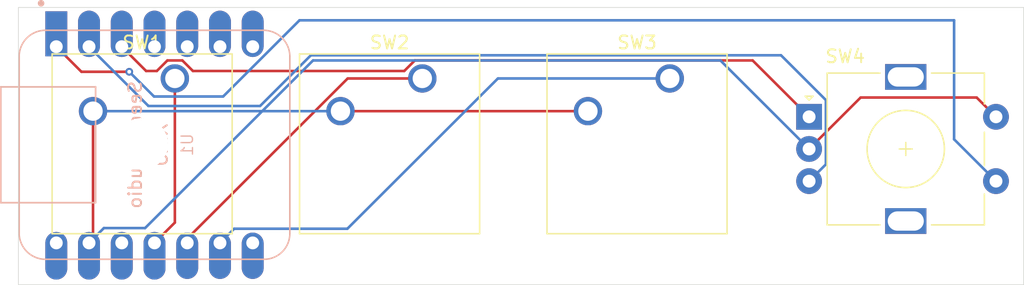
<source format=kicad_pcb>
(kicad_pcb (version 20241229) (generator "pcbnew") (generator_version "9.0")
  (layers (0 "F.Cu" signal) (2 "B.Cu" signal) (13 "F.Paste" user) (15 "B.Paste" user) (5 "F.SilkS" user "F.Silkscreen") (7 "B.SilkS" user "B.Silkscreen") (1 "F.Mask" user) (3 "B.Mask" user) (25 "Edge.Cuts" user))
  (net 0 "")
  (net 1 "Net-(U1-PA6_A10_D10_MOSI)")
  (net 2 "GND")
  (net 3 "Net-(U1-PA7_A8_D8_SCK)")
  (net 4 "Net-(U1-PA02_A0_D0)")
  (net 5 "Net-(U1-PA10_A2_D2)")
  (net 11 "Net-(U1-PA5_A9_D9_MISO)")
  (net 12 "Net-(U1-PA4_A1_D1)")
  (net 13 "VBUS")
  (net 14 "+3V3")
  (footprint "Rotary_Encoder:RotaryEncoder_Alps_EC11E-Switch_Vertical_H20mm" (layer "F.Cu") (at 123.75 128.5)
    (property "Reference" "SW4" (at 2.8 -4.7 0) (layer "F.SilkS"))
    (property "Value" "RotaryEncoder_Switch")
    (fp_line (start -0.3 -1.6) (end 0.3 -1.6) (stroke (width 0.12)) (layer "F.SilkS"))
    (fp_line (start 0 -1.3) (end -0.3 -1.6) (stroke (width 0.12)) (layer "F.SilkS"))
    (fp_line (start 0.3 -1.6) (end 0 -1.3) (stroke (width 0.12)) (layer "F.SilkS"))
    (fp_line (start 1.4 -3.4) (end 1.4 8.4) (stroke (width 0.12)) (layer "F.SilkS"))
    (fp_line (start 5.5 -3.4) (end 1.4 -3.4) (stroke (width 0.12)) (layer "F.SilkS"))
    (fp_line (start 5.5 8.4) (end 1.4 8.4) (stroke (width 0.12)) (layer "F.SilkS"))
    (fp_line (start 7 2.5) (end 8 2.5) (stroke (width 0.12)) (layer "F.SilkS"))
    (fp_line (start 7.5 2) (end 7.5 3) (stroke (width 0.12)) (layer "F.SilkS"))
    (fp_line (start 9.5 -3.4) (end 13.6 -3.4) (stroke (width 0.12)) (layer "F.SilkS"))
    (fp_line (start 13.6 -3.4) (end 13.6 -1) (stroke (width 0.12)) (layer "F.SilkS"))
    (fp_line (start 13.6 1.2) (end 13.6 3.8) (stroke (width 0.12)) (layer "F.SilkS"))
    (fp_line (start 13.6 6) (end 13.6 8.4) (stroke (width 0.12)) (layer "F.SilkS"))
    (fp_line (start 13.6 8.4) (end 9.5 8.4) (stroke (width 0.12)) (layer "F.SilkS"))
    (fp_circle (center 7.5 2.5) (end 10.5 2.5) (stroke (width 0.12)) (fill no) (layer "F.SilkS"))
    (pad "A" thru_hole rect (at 0 0) (size 2 2) (drill 1) (layers "*.Cu" "*.Mask") (net 5 "Net-(U1-PA10_A2_D2)"))
    (pad "B" thru_hole circle (at 0 5) (size 2 2) (drill 1) (layers "*.Cu" "*.Mask") (net 12 "Net-(U1-PA4_A1_D1)"))
    (pad "C" thru_hole circle (at 0 2.5) (size 2 2) (drill 1) (layers "*.Cu" "*.Mask") (net 2 "GND"))
    (pad "MP" thru_hole rect (at 7.5 -3.1) (size 3.2 2) (drill oval 2.8 1.5) (layers "*.Cu" "*.Mask"))
    (pad "MP" thru_hole rect (at 7.5 8.1) (size 3.2 2) (drill oval 2.8 1.5) (layers "*.Cu" "*.Mask"))
    (pad "S1" thru_hole circle (at 14.5 5) (size 2 2) (drill 1) (layers "*.Cu" "*.Mask") (net 4 "Net-(U1-PA02_A0_D0)"))
    (pad "S2" thru_hole circle (at 14.5 0) (size 2 2) (drill 1) (layers "*.Cu" "*.Mask") (net 2 "GND"))
  )
  (footprint "Button_Switch_Keyboard:SW_Cherry_MX_1.00u_PCB" (layer "F.Cu") (at 112.94 125.52)
    (property "Reference" "SW3" (at -2.54 -2.794 0) (layer "F.SilkS"))
    (property "Value" "SW_Push")
    (fp_line (start -9.525 -1.905) (end 4.445 -1.905) (stroke (width 0.12)) (layer "F.SilkS"))
    (fp_line (start -9.525 12.065) (end -9.525 -1.905) (stroke (width 0.12)) (layer "F.SilkS"))
    (fp_line (start 4.445 -1.905) (end 4.445 12.065) (stroke (width 0.12)) (layer "F.SilkS"))
    (fp_line (start 4.445 12.065) (end -9.525 12.065) (stroke (width 0.12)) (layer "F.SilkS"))
    (pad "" np_thru_hole circle (at -7.62 5.08) (size 1.7 1.7) (drill 1.7) (layers "*.Cu" "*.Mask"))
    (pad "" np_thru_hole circle (at -2.54 5.08) (size 4 4) (drill 4) (layers "*.Cu" "*.Mask"))
    (pad "" np_thru_hole circle (at 2.54 5.08) (size 1.7 1.7) (drill 1.7) (layers "*.Cu" "*.Mask"))
    (pad "1" thru_hole circle (at 0 0) (size 2.2 2.2) (drill 1.5) (layers "*.Cu" "*.Mask") (net 3 "Net-(U1-PA7_A8_D8_SCK)"))
    (pad "2" thru_hole circle (at -6.35 2.54) (size 2.2 2.2) (drill 1.5) (layers "*.Cu" "*.Mask") (net 2 "GND"))
  )
  (footprint "Button_Switch_Keyboard:SW_Cherry_MX_1.00u_PCB" (layer "F.Cu") (at 74.54 125.52)
    (property "Reference" "SW1" (at -2.54 -2.794 0) (layer "F.SilkS"))
    (property "Value" "SW_Push")
    (fp_line (start -9.525 -1.905) (end 4.445 -1.905) (stroke (width 0.12)) (layer "F.SilkS"))
    (fp_line (start -9.525 12.065) (end -9.525 -1.905) (stroke (width 0.12)) (layer "F.SilkS"))
    (fp_line (start 4.445 -1.905) (end 4.445 12.065) (stroke (width 0.12)) (layer "F.SilkS"))
    (fp_line (start 4.445 12.065) (end -9.525 12.065) (stroke (width 0.12)) (layer "F.SilkS"))
    (pad "" np_thru_hole circle (at -7.62 5.08) (size 1.7 1.7) (drill 1.7) (layers "*.Cu" "*.Mask"))
    (pad "" np_thru_hole circle (at -2.54 5.08) (size 4 4) (drill 4) (layers "*.Cu" "*.Mask"))
    (pad "" np_thru_hole circle (at 2.54 5.08) (size 1.7 1.7) (drill 1.7) (layers "*.Cu" "*.Mask"))
    (pad "1" thru_hole circle (at 0 0) (size 2.2 2.2) (drill 1.5) (layers "*.Cu" "*.Mask") (net 1 "Net-(U1-PA6_A10_D10_MOSI)"))
    (pad "2" thru_hole circle (at -6.35 2.54) (size 2.2 2.2) (drill 1.5) (layers "*.Cu" "*.Mask") (net 2 "GND"))
  )
  (footprint "Button_Switch_Keyboard:SW_Cherry_MX_1.00u_PCB" (layer "F.Cu") (at 93.74 125.52)
    (property "Reference" "SW2" (at -2.54 -2.794 0) (layer "F.SilkS"))
    (property "Value" "SW_Push")
    (fp_line (start -9.525 -1.905) (end 4.445 -1.905) (stroke (width 0.12)) (layer "F.SilkS"))
    (fp_line (start -9.525 12.065) (end -9.525 -1.905) (stroke (width 0.12)) (layer "F.SilkS"))
    (fp_line (start 4.445 -1.905) (end 4.445 12.065) (stroke (width 0.12)) (layer "F.SilkS"))
    (fp_line (start 4.445 12.065) (end -9.525 12.065) (stroke (width 0.12)) (layer "F.SilkS"))
    (pad "" np_thru_hole circle (at -7.62 5.08) (size 1.7 1.7) (drill 1.7) (layers "*.Cu" "*.Mask"))
    (pad "" np_thru_hole circle (at -2.54 5.08) (size 4 4) (drill 4) (layers "*.Cu" "*.Mask"))
    (pad "" np_thru_hole circle (at 2.54 5.08) (size 1.7 1.7) (drill 1.7) (layers "*.Cu" "*.Mask"))
    (pad "1" thru_hole circle (at 0 0) (size 2.2 2.2) (drill 1.5) (layers "*.Cu" "*.Mask") (net 11 "Net-(U1-PA5_A9_D9_MISO)"))
    (pad "2" thru_hole circle (at -6.35 2.54) (size 2.2 2.2) (drill 1.5) (layers "*.Cu" "*.Mask") (net 2 "GND"))
  )
  (footprint "PAD Lib:XIAO-Generic-Hybrid-14P-2.54-21X17.8MM" (layer "B.Cu") (at 72.96 130.675 -90)
    (property "Reference" "U1" (at 0 -2.54 90) (layer "B.SilkS") (effects (font (size 0.889 0.889) (thickness 0.1016)) (justify mirror)))
    (property "Value" "MOUDLE-SEEEDUINO-XIAO" (hide yes))
    (fp_line (start -4.5 11.92403) (end 4.5 11.92403) (stroke (width 0.127)) (layer "B.SilkS"))
    (fp_line (start 4.5 11.92403) (end 4.5 4.57073) (stroke (width 0.127)) (layer "B.SilkS"))
    (fp_line (start 6.9 10.49909) (end -6.9 10.49909) (stroke (width 0.127)) (layer "B.SilkS"))
    (fp_line (start -8.9 8.5) (end -8.9 -8.5) (stroke (width 0.127)) (layer "B.SilkS"))
    (fp_line (start -4.5 4.57073) (end -4.5 11.92403) (stroke (width 0.127)) (layer "B.SilkS"))
    (fp_line (start 4.5 4.57073) (end -4.5 4.57073) (stroke (width 0.127)) (layer "B.SilkS"))
    (fp_line (start 8.9 -8.5) (end 8.9 8.5) (stroke (width 0.127)) (layer "B.SilkS"))
    (fp_line (start -6.9 -10.5) (end 6.9 -10.5) (stroke (width 0.127)) (layer "B.SilkS"))
    (fp_arc (start -6.9 10.5) (mid -8.301491 9.901491) (end -8.9 8.5) (stroke (width 0.12)) (layer "B.SilkS"))
    (fp_arc (start 8.9 8.5) (mid 8.301492 9.901492) (end 6.9 10.5) (stroke (width 0.12)) (layer "B.SilkS"))
    (fp_arc (start -8.9 -8.5) (mid -8.301423 -9.901423) (end -6.9 -10.5) (stroke (width 0.12)) (layer "B.SilkS"))
    (fp_arc (start 6.9 -10.5) (mid 8.314214 -9.914214) (end 8.9 -8.5) (stroke (width 0.12)) (layer "B.SilkS"))
    (fp_circle (center -11 8.8) (end -11 9.054) (fill yes) (layer "B.SilkS"))
    (fp_poly (pts (xy -8.887715 8.561705) (xy -8.884667 8.610473) (xy -8.880603 8.659494)) (stroke (width 0.0254)) (fill no) (layer "B.SilkS"))
    (fp_poly (pts (xy 8.889492 -8.521574) (xy 8.887713 -8.57085) (xy 8.884665 -8.619618) (xy 8.880601 -8.668639) (xy 8.875268 -8.717407) (xy 8.868664 -8.766175) (xy 8.861044 -8.81469) (xy 8.852153 -8.86295) (xy 8.842248 -8.910955)) (stroke (width 0.0254)) (fill no) (layer "B.SilkS"))
    (fp_text user "Seeed Studio" (at 0 1.5 90) (layer "B.SilkS") (effects (justify mirror)))
    (fp_text user "XIAO" (at 0 -0.5 90) (layer "B.SilkS") (effects (justify mirror)))
    (pad "1" thru_hole rect (at -7.625 7.62 270) (size 3.5 1.7) (drill 1 (offset -1 0)) (layers "*.Cu" "*.Mask") (net 4 "Net-(U1-PA02_A0_D0)"))
    (pad "2" thru_hole oval (at -7.625 5.08 270) (size 3.6 1.7) (drill 1 (offset -1 0)) (layers "*.Cu" "*.Mask") (net 12 "Net-(U1-PA4_A1_D1)"))
    (pad "3" thru_hole oval (at -7.625 2.54 270) (size 3.6 1.7) (drill 1 (offset -1 0)) (layers "*.Cu" "*.Mask") (net 5 "Net-(U1-PA10_A2_D2)"))
    (pad "4" thru_hole oval (at -7.625 0 270) (size 3.6 1.7) (drill 1 (offset -1 0)) (layers "*.Cu" "*.Mask"))
    (pad "5" thru_hole oval (at -7.625 -2.54 270) (size 3.6 1.7) (drill 1 (offset -1 0)) (layers "*.Cu" "*.Mask"))
    (pad "6" thru_hole oval (at -7.625 -5.08 90) (size 3.6 1.7) (drill 1 (offset 1 0)) (layers "*.Cu" "*.Mask"))
    (pad "7" thru_hole oval (at -7.625 -7.62 270) (size 3.6 1.7) (drill 1 (offset -1 0)) (layers "*.Cu" "*.Mask"))
    (pad "8" thru_hole oval (at 7.625 -7.62 270) (size 3.6 1.7) (drill 1 (offset 1 0)) (layers "*.Cu" "*.Mask"))
    (pad "9" thru_hole oval (at 7.625 -5.08 270) (size 3.6 1.7) (drill 1 (offset 1 0)) (layers "*.Cu" "*.Mask") (net 3 "Net-(U1-PA7_A8_D8_SCK)"))
    (pad "10" thru_hole oval (at 7.625 -2.54 270) (size 3.6 1.7) (drill 1 (offset 1 0)) (layers "*.Cu" "*.Mask") (net 11 "Net-(U1-PA5_A9_D9_MISO)"))
    (pad "11" thru_hole oval (at 7.625 0 270) (size 3.7 1.7) (drill 1 (offset 1 0)) (layers "*.Cu" "*.Mask") (net 1 "Net-(U1-PA6_A10_D10_MOSI)"))
    (pad "12" thru_hole oval (at 7.625 2.54 270) (size 3.7 1.7) (drill 1 (offset 1 0)) (layers "*.Cu" "*.Mask") (net 14 "+3V3"))
    (pad "13" thru_hole oval (at 7.625 5.08 270) (size 3.7 1.7) (drill 1 (offset 1 0)) (layers "*.Cu" "*.Mask") (net 2 "GND"))
    (pad "14" thru_hole oval (at 7.625 7.62 270) (size 3.7 1.7) (drill 1 (offset 1 0)) (layers "*.Cu" "*.Mask") (net 13 "VBUS"))
  )
  (gr_rect (start 62.4 120) (end 140.4 141.55) (stroke (width 0.05)) (fill no) (layer "Edge.Cuts"))
  (segment (start 74.54 125.52) (end 74.54 136.72) (width 0.2) (layer "F.Cu") (net 1))
  (segment (start 74.54 136.72) (end 72.96 138.3) (width 0.2) (layer "F.Cu") (net 1))
  (segment (start 138.25 128.5) (end 136.75 127) (width 0.2) (layer "F.Cu") (net 2))
  (segment (start 68.19 128.06) (end 68.19 137.99) (width 0.2) (layer "F.Cu") (net 2))
  (segment (start 106.59 128.06) (end 87.39 128.06) (width 0.2) (layer "F.Cu") (net 2))
  (segment (start 127.75 127) (end 123.75 131) (width 0.2) (layer "F.Cu") (net 2))
  (segment (start 136.75 127) (end 127.75 127) (width 0.2) (layer "F.Cu") (net 2))
  (segment (start 68.19 137.99) (end 67.88 138.3) (width 0.2) (layer "F.Cu") (net 2))
  (segment (start 69.031 137.149) (end 67.88 138.3) (width 0.2) (layer "B.Cu") (net 2))
  (segment (start 85.25947 124.119) (end 72.22947 137.149) (width 0.2) (layer "B.Cu") (net 2))
  (segment (start 87.39 128.06) (end 68.19 128.06) (width 0.2) (layer "B.Cu") (net 2))
  (segment (start 123.75 131) (end 116.869 124.119) (width 0.2) (layer "B.Cu") (net 2))
  (segment (start 72.22947 137.149) (end 69.031 137.149) (width 0.2) (layer "B.Cu") (net 2))
  (segment (start 116.869 124.119) (end 85.25947 124.119) (width 0.2) (layer "B.Cu") (net 2))
  (segment (start 79.141 137.199) (end 78.04 138.3) (width 0.2) (layer "B.Cu") (net 3))
  (segment (start 99.604816 125.52) (end 87.925816 137.199) (width 0.2) (layer "B.Cu") (net 3))
  (segment (start 112.94 125.52) (end 99.604816 125.52) (width 0.2) (layer "B.Cu") (net 3))
  (segment (start 87.925816 137.199) (end 79.141 137.199) (width 0.2) (layer "B.Cu") (net 3))
  (segment (start 71 125) (end 67.29 125) (width 0.2) (layer "F.Cu") (net 4))
  (segment (start 67.29 125) (end 65.34 123.05) (width 0.2) (layer "F.Cu") (net 4))
  (via (at 71 125) (size 0.6) (drill 0.3) (layers "F.Cu" "B.Cu") (net 4))
  (segment (start 135 121) (end 84.20776 121) (width 0.2) (layer "B.Cu") (net 4))
  (segment (start 72.921 126.921) (end 71 125) (width 0.2) (layer "B.Cu") (net 4))
  (segment (start 135 130.25) (end 135 121) (width 0.2) (layer "B.Cu") (net 4))
  (segment (start 84.20776 121) (end 78.28676 126.921) (width 0.2) (layer "B.Cu") (net 4))
  (segment (start 78.28676 126.921) (end 72.921 126.921) (width 0.2) (layer "B.Cu") (net 4))
  (segment (start 138.25 133.5) (end 135 130.25) (width 0.2) (layer "B.Cu") (net 4))
  (segment (start 72.309686 124.939686) (end 70.42 123.05) (width 0.2) (layer "F.Cu") (net 5))
  (segment (start 73.959686 124.119) (end 73.139 124.939686) (width 0.2) (layer "F.Cu") (net 5))
  (segment (start 92.339 124.939686) (end 75.941 124.939686) (width 0.2) (layer "F.Cu") (net 5))
  (segment (start 93.159686 124.119) (end 92.339 124.939686) (width 0.2) (layer "F.Cu") (net 5))
  (segment (start 119.369 124.119) (end 93.159686 124.119) (width 0.2) (layer "F.Cu") (net 5))
  (segment (start 123.75 128.5) (end 119.369 124.119) (width 0.2) (layer "F.Cu") (net 5))
  (segment (start 73.139 124.939686) (end 72.309686 124.939686) (width 0.2) (layer "F.Cu") (net 5))
  (segment (start 75.941 124.939686) (end 75.120314 124.119) (width 0.2) (layer "F.Cu") (net 5))
  (segment (start 75.120314 124.119) (end 73.959686 124.119) (width 0.2) (layer "F.Cu") (net 5))
  (segment (start 93.74 125.52) (end 87.948686 125.52) (width 0.2) (layer "F.Cu") (net 11))
  (segment (start 75.5 137.968686) (end 75.5 138.3) (width 0.2) (layer "F.Cu") (net 11))
  (segment (start 87.948686 125.52) (end 75.5 137.968686) (width 0.2) (layer "F.Cu") (net 11))
  (segment (start 125.051 132.199) (end 125.051 127.199) (width 0.2) (layer "B.Cu") (net 12))
  (segment (start 85.09337 123.718) (end 81.15237 127.659) (width 0.2) (layer "B.Cu") (net 12))
  (segment (start 121.57 123.718) (end 85.09337 123.718) (width 0.2) (layer "B.Cu") (net 12))
  (segment (start 123.75 133.5) (end 125.051 132.199) (width 0.2) (layer "B.Cu") (net 12))
  (segment (start 72.489 127.659) (end 67.88 123.05) (width 0.2) (layer "B.Cu") (net 12))
  (segment (start 81.15237 127.659) (end 72.489 127.659) (width 0.2) (layer "B.Cu") (net 12))
  (segment (start 125.051 127.199) (end 121.57 123.718) (width 0.2) (layer "B.Cu") (net 12))
)
</source>
